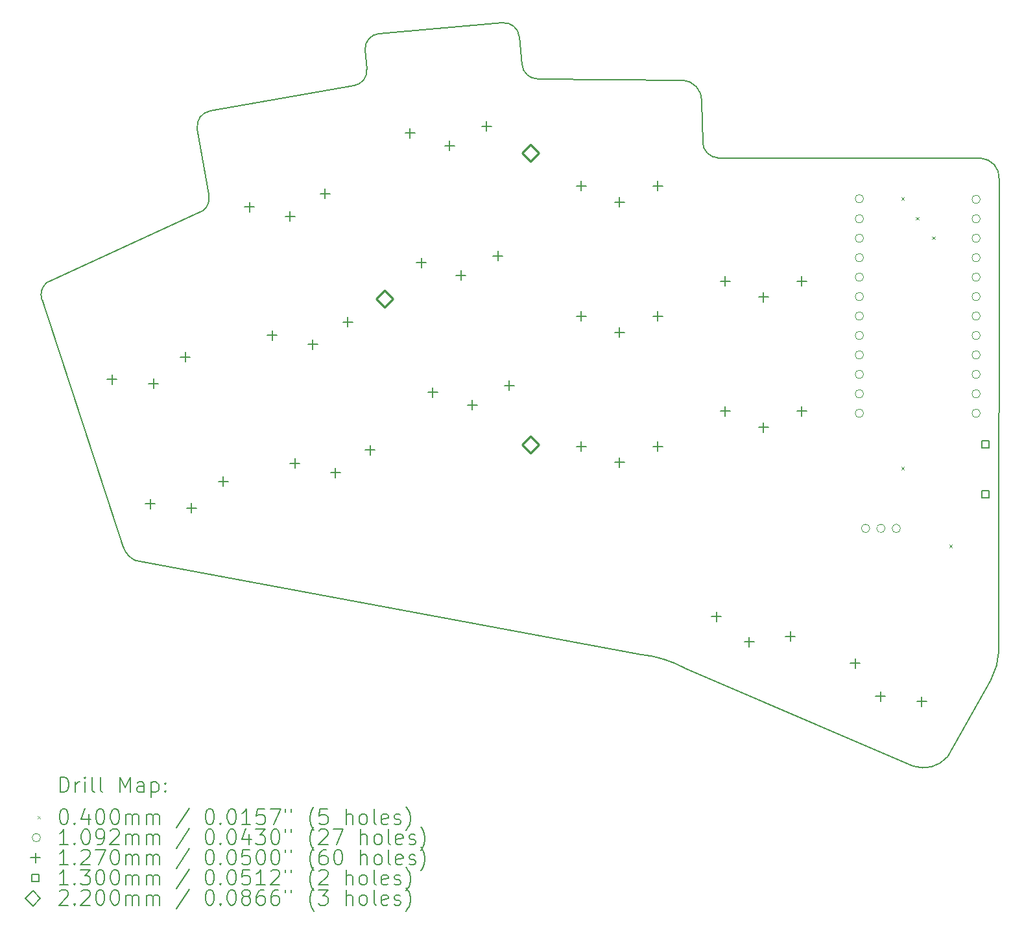
<source format=gbr>
%FSLAX45Y45*%
G04 Gerber Fmt 4.5, Leading zero omitted, Abs format (unit mm)*
G04 Created by KiCad (PCBNEW (6.0.4)) date 2022-05-15 06:42:23*
%MOMM*%
%LPD*%
G01*
G04 APERTURE LIST*
%TA.AperFunction,Profile*%
%ADD10C,0.150000*%
%TD*%
%ADD11C,0.200000*%
%ADD12C,0.040000*%
%ADD13C,0.109220*%
%ADD14C,0.127000*%
%ADD15C,0.130000*%
%ADD16C,0.220000*%
G04 APERTURE END LIST*
D10*
X6193308Y11268038D02*
X8077793Y11600323D01*
X12617390Y11393371D02*
G75*
G03*
X12363394Y11672771I-271530J8309D01*
G01*
X4064822Y9026729D02*
G75*
G03*
X4000538Y8804935I127368J-157129D01*
G01*
X4064821Y9026731D02*
X6108103Y9966950D01*
X10469953Y11689307D02*
X12363394Y11672771D01*
X12393664Y3992231D02*
G75*
G03*
X11825773Y4169035I-740934J-1379441D01*
G01*
X10270710Y11871876D02*
G75*
G03*
X10469953Y11689307I199250J17444D01*
G01*
X16260102Y10651714D02*
X12830714Y10656418D01*
X12627823Y10859110D02*
G75*
G03*
X12830714Y10656418I208327J5640D01*
G01*
X8402406Y12279469D02*
X10016242Y12420661D01*
X15374783Y2711632D02*
G75*
G03*
X15823066Y2832239I135507J389748D01*
G01*
X11825773Y4169035D02*
X5232567Y5391664D01*
X4000538Y8804935D02*
X5064080Y5574684D01*
X5064080Y5574684D02*
G75*
G03*
X5232567Y5391664I284371J92726D01*
G01*
X15374783Y2711631D02*
X12393663Y3992230D01*
X16390883Y3838022D02*
G75*
G03*
X16494826Y4216671I-780613J417878D01*
G01*
X8242303Y11814716D02*
X8220598Y12062799D01*
X6108103Y9966950D02*
G75*
G03*
X6182043Y10176232I-151733J171310D01*
G01*
X16494826Y4216671D02*
X16498230Y10381255D01*
X10232913Y12238854D02*
G75*
G03*
X10016242Y12420661I-199233J-17424D01*
G01*
X15823066Y2832239D02*
X16390883Y3838021D01*
X6031076Y11036347D02*
X6182043Y10176232D01*
X8077794Y11600323D02*
G75*
G03*
X8242303Y11814716I-34724J196957D01*
G01*
X12627819Y10859110D02*
X12617394Y11393371D01*
X16498224Y10381255D02*
G75*
G03*
X16260102Y10651714I-253545J16825D01*
G01*
X10232912Y12238854D02*
X10270714Y11871876D01*
X6193307Y11268044D02*
G75*
G03*
X6031076Y11036347I34733J-196964D01*
G01*
X8402407Y12279462D02*
G75*
G03*
X8220598Y12062799I17423J-199232D01*
G01*
D11*
D12*
X15220000Y10141314D02*
X15260000Y10101314D01*
X15260000Y10141314D02*
X15220000Y10101314D01*
X15220000Y6624000D02*
X15260000Y6584000D01*
X15260000Y6624000D02*
X15220000Y6584000D01*
X15410459Y9885043D02*
X15450459Y9845043D01*
X15450459Y9885043D02*
X15410459Y9845043D01*
X15618978Y9630635D02*
X15658978Y9590635D01*
X15658978Y9630635D02*
X15618978Y9590635D01*
X15846125Y5604462D02*
X15886125Y5564462D01*
X15886125Y5604462D02*
X15846125Y5564462D01*
D13*
X14728331Y10122629D02*
G75*
G03*
X14728331Y10122629I-54610J0D01*
G01*
X14728331Y9860254D02*
G75*
G03*
X14728331Y9860254I-54610J0D01*
G01*
X14728331Y9606254D02*
G75*
G03*
X14728331Y9606254I-54610J0D01*
G01*
X14728331Y9352254D02*
G75*
G03*
X14728331Y9352254I-54610J0D01*
G01*
X14728331Y9098254D02*
G75*
G03*
X14728331Y9098254I-54610J0D01*
G01*
X14728331Y8844254D02*
G75*
G03*
X14728331Y8844254I-54610J0D01*
G01*
X14728331Y8590254D02*
G75*
G03*
X14728331Y8590254I-54610J0D01*
G01*
X14728331Y8336254D02*
G75*
G03*
X14728331Y8336254I-54610J0D01*
G01*
X14728331Y8082254D02*
G75*
G03*
X14728331Y8082254I-54610J0D01*
G01*
X14728331Y7828254D02*
G75*
G03*
X14728331Y7828254I-54610J0D01*
G01*
X14728331Y7574254D02*
G75*
G03*
X14728331Y7574254I-54610J0D01*
G01*
X14728331Y7320254D02*
G75*
G03*
X14728331Y7320254I-54610J0D01*
G01*
X14809150Y5816368D02*
G75*
G03*
X14809150Y5816368I-54610J0D01*
G01*
X15009150Y5816368D02*
G75*
G03*
X15009150Y5816368I-54610J0D01*
G01*
X15209150Y5816368D02*
G75*
G03*
X15209150Y5816368I-54610J0D01*
G01*
X16252331Y10114254D02*
G75*
G03*
X16252331Y10114254I-54610J0D01*
G01*
X16252331Y9860254D02*
G75*
G03*
X16252331Y9860254I-54610J0D01*
G01*
X16252331Y9606254D02*
G75*
G03*
X16252331Y9606254I-54610J0D01*
G01*
X16252331Y9352254D02*
G75*
G03*
X16252331Y9352254I-54610J0D01*
G01*
X16252331Y9098254D02*
G75*
G03*
X16252331Y9098254I-54610J0D01*
G01*
X16252331Y8844254D02*
G75*
G03*
X16252331Y8844254I-54610J0D01*
G01*
X16252331Y8590254D02*
G75*
G03*
X16252331Y8590254I-54610J0D01*
G01*
X16252331Y8336254D02*
G75*
G03*
X16252331Y8336254I-54610J0D01*
G01*
X16252331Y8082254D02*
G75*
G03*
X16252331Y8082254I-54610J0D01*
G01*
X16252331Y7828254D02*
G75*
G03*
X16252331Y7828254I-54610J0D01*
G01*
X16252331Y7574254D02*
G75*
G03*
X16252331Y7574254I-54610J0D01*
G01*
X16252331Y7320254D02*
G75*
G03*
X16252331Y7320254I-54610J0D01*
G01*
D14*
X4917175Y7826915D02*
X4917175Y7699915D01*
X4853675Y7763415D02*
X4980675Y7763415D01*
X5414207Y6201196D02*
X5414207Y6074196D01*
X5350707Y6137696D02*
X5477707Y6137696D01*
X5456725Y7772276D02*
X5456725Y7645276D01*
X5393225Y7708776D02*
X5520225Y7708776D01*
X5456725Y7772276D02*
X5456725Y7645276D01*
X5393225Y7708776D02*
X5520225Y7708776D01*
X5873479Y8119286D02*
X5873479Y7992286D01*
X5809979Y8055786D02*
X5936979Y8055786D01*
X5953757Y6146558D02*
X5953757Y6019558D01*
X5890257Y6083058D02*
X6017257Y6083058D01*
X5953757Y6146558D02*
X5953757Y6019558D01*
X5890257Y6083058D02*
X6017257Y6083058D01*
X6370511Y6493568D02*
X6370511Y6366568D01*
X6307011Y6430068D02*
X6434011Y6430068D01*
X6712293Y10076956D02*
X6712293Y9949956D01*
X6648793Y10013456D02*
X6775793Y10013456D01*
X7007495Y8402783D02*
X7007495Y8275782D01*
X6943995Y8339282D02*
X7070995Y8339282D01*
X7241163Y9956970D02*
X7241163Y9829970D01*
X7177663Y9893470D02*
X7304663Y9893470D01*
X7241163Y9956970D02*
X7241163Y9829970D01*
X7177663Y9893470D02*
X7304663Y9893470D01*
X7302697Y6728609D02*
X7302697Y6601609D01*
X7239197Y6665109D02*
X7366197Y6665109D01*
X7536365Y8282797D02*
X7536365Y8155797D01*
X7472865Y8219297D02*
X7599865Y8219297D01*
X7536365Y8282797D02*
X7536365Y8155797D01*
X7472865Y8219297D02*
X7599865Y8219297D01*
X7697101Y10250604D02*
X7697101Y10123604D01*
X7633601Y10187104D02*
X7760601Y10187104D01*
X7831567Y6608624D02*
X7831567Y6481624D01*
X7768067Y6545124D02*
X7895067Y6545124D01*
X7831567Y6608624D02*
X7831567Y6481624D01*
X7768067Y6545124D02*
X7895067Y6545124D01*
X7992303Y8576431D02*
X7992303Y8449431D01*
X7928803Y8512931D02*
X8055803Y8512931D01*
X8287505Y6902257D02*
X8287505Y6775257D01*
X8224005Y6838757D02*
X8351005Y6838757D01*
X8809021Y11046316D02*
X8809021Y10919316D01*
X8745521Y10982816D02*
X8872521Y10982816D01*
X8957186Y9352785D02*
X8957186Y9225785D01*
X8893686Y9289285D02*
X9020686Y9289285D01*
X9105351Y7659254D02*
X9105351Y7532254D01*
X9041851Y7595754D02*
X9168851Y7595754D01*
X9325422Y10880693D02*
X9325422Y10753693D01*
X9261922Y10817193D02*
X9388922Y10817193D01*
X9325422Y10880693D02*
X9325422Y10753693D01*
X9261922Y10817193D02*
X9388922Y10817193D01*
X9473586Y9187162D02*
X9473586Y9060162D01*
X9410086Y9123662D02*
X9537086Y9123662D01*
X9473586Y9187162D02*
X9473586Y9060162D01*
X9410086Y9123662D02*
X9537086Y9123662D01*
X9621751Y7493631D02*
X9621751Y7366631D01*
X9558251Y7430131D02*
X9685251Y7430131D01*
X9621751Y7493631D02*
X9621751Y7366631D01*
X9558251Y7430131D02*
X9685251Y7430131D01*
X9805216Y11133472D02*
X9805216Y11006472D01*
X9741716Y11069972D02*
X9868716Y11069972D01*
X9953381Y9439941D02*
X9953381Y9312941D01*
X9889881Y9376441D02*
X10016881Y9376441D01*
X10101546Y7746410D02*
X10101546Y7619410D01*
X10038046Y7682910D02*
X10165046Y7682910D01*
X11041109Y10352102D02*
X11041109Y10225102D01*
X10977609Y10288602D02*
X11104609Y10288602D01*
X11041109Y8652102D02*
X11041109Y8525102D01*
X10977609Y8588602D02*
X11104609Y8588602D01*
X11041109Y6952102D02*
X11041109Y6825102D01*
X10977609Y6888602D02*
X11104609Y6888602D01*
X11541109Y10142102D02*
X11541109Y10015102D01*
X11477609Y10078602D02*
X11604609Y10078602D01*
X11541109Y10142102D02*
X11541109Y10015102D01*
X11477609Y10078602D02*
X11604609Y10078602D01*
X11541109Y8442102D02*
X11541109Y8315102D01*
X11477609Y8378602D02*
X11604609Y8378602D01*
X11541109Y8442102D02*
X11541109Y8315102D01*
X11477609Y8378602D02*
X11604609Y8378602D01*
X11541109Y6742102D02*
X11541109Y6615102D01*
X11477609Y6678602D02*
X11604609Y6678602D01*
X11541109Y6742102D02*
X11541109Y6615102D01*
X11477609Y6678602D02*
X11604609Y6678602D01*
X12041109Y10352102D02*
X12041109Y10225102D01*
X11977609Y10288602D02*
X12104609Y10288602D01*
X12041109Y8652102D02*
X12041109Y8525102D01*
X11977609Y8588602D02*
X12104609Y8588602D01*
X12041109Y6952102D02*
X12041109Y6825102D01*
X11977609Y6888602D02*
X12104609Y6888602D01*
X12807790Y4729732D02*
X12807790Y4602732D01*
X12744290Y4666232D02*
X12871290Y4666232D01*
X12921828Y9111385D02*
X12921828Y8984385D01*
X12858328Y9047885D02*
X12985328Y9047885D01*
X12921828Y7411385D02*
X12921828Y7284385D01*
X12858328Y7347885D02*
X12985328Y7347885D01*
X13236401Y4397478D02*
X13236401Y4270478D01*
X13172901Y4333978D02*
X13299901Y4333978D01*
X13236401Y4397478D02*
X13236401Y4270478D01*
X13172901Y4333978D02*
X13299901Y4333978D01*
X13421828Y8901385D02*
X13421828Y8774385D01*
X13358328Y8837885D02*
X13485328Y8837885D01*
X13421828Y8901385D02*
X13421828Y8774385D01*
X13358328Y8837885D02*
X13485328Y8837885D01*
X13421828Y7201385D02*
X13421828Y7074385D01*
X13358328Y7137885D02*
X13485328Y7137885D01*
X13421828Y7201385D02*
X13421828Y7074385D01*
X13358328Y7137885D02*
X13485328Y7137885D01*
X13773716Y4470913D02*
X13773716Y4343913D01*
X13710216Y4407413D02*
X13837216Y4407413D01*
X13921828Y9111385D02*
X13921828Y8984385D01*
X13858328Y9047885D02*
X13985328Y9047885D01*
X13921828Y7411385D02*
X13921828Y7284385D01*
X13858328Y7347885D02*
X13985328Y7347885D01*
X14619852Y4120432D02*
X14619852Y3993432D01*
X14556352Y4056932D02*
X14683352Y4056932D01*
X14947864Y3688566D02*
X14947864Y3561566D01*
X14884364Y3625066D02*
X15011364Y3625066D01*
X14947864Y3688566D02*
X14947864Y3561566D01*
X14884364Y3625066D02*
X15011364Y3625066D01*
X15485877Y3620432D02*
X15485877Y3493432D01*
X15422377Y3556932D02*
X15549377Y3556932D01*
D15*
X16366281Y6869289D02*
X16366281Y6961214D01*
X16274357Y6961214D01*
X16274357Y6869289D01*
X16366281Y6869289D01*
X16366281Y6219289D02*
X16366281Y6311214D01*
X16274357Y6311214D01*
X16274357Y6219289D01*
X16366281Y6219289D01*
D16*
X8474722Y8704143D02*
X8584722Y8814143D01*
X8474722Y8924143D01*
X8364722Y8814143D01*
X8474722Y8704143D01*
X10379722Y10609143D02*
X10489722Y10719143D01*
X10379722Y10829143D01*
X10269722Y10719143D01*
X10379722Y10609143D01*
X10379722Y6799143D02*
X10489722Y6909143D01*
X10379722Y7019143D01*
X10269722Y6909143D01*
X10379722Y6799143D01*
D11*
X4240042Y2370771D02*
X4240042Y2570771D01*
X4287661Y2570771D01*
X4316233Y2561248D01*
X4335280Y2542200D01*
X4344804Y2523152D01*
X4354328Y2485057D01*
X4354328Y2456486D01*
X4344804Y2418390D01*
X4335280Y2399343D01*
X4316233Y2380295D01*
X4287661Y2370771D01*
X4240042Y2370771D01*
X4440042Y2370771D02*
X4440042Y2504105D01*
X4440042Y2466010D02*
X4449566Y2485057D01*
X4459090Y2494581D01*
X4478137Y2504105D01*
X4497185Y2504105D01*
X4563852Y2370771D02*
X4563852Y2504105D01*
X4563852Y2570771D02*
X4554328Y2561248D01*
X4563852Y2551724D01*
X4573375Y2561248D01*
X4563852Y2570771D01*
X4563852Y2551724D01*
X4687661Y2370771D02*
X4668614Y2380295D01*
X4659090Y2399343D01*
X4659090Y2570771D01*
X4792423Y2370771D02*
X4773375Y2380295D01*
X4763852Y2399343D01*
X4763852Y2570771D01*
X5020995Y2370771D02*
X5020995Y2570771D01*
X5087661Y2427914D01*
X5154328Y2570771D01*
X5154328Y2370771D01*
X5335280Y2370771D02*
X5335280Y2475533D01*
X5325756Y2494581D01*
X5306709Y2504105D01*
X5268614Y2504105D01*
X5249566Y2494581D01*
X5335280Y2380295D02*
X5316233Y2370771D01*
X5268614Y2370771D01*
X5249566Y2380295D01*
X5240042Y2399343D01*
X5240042Y2418390D01*
X5249566Y2437438D01*
X5268614Y2446962D01*
X5316233Y2446962D01*
X5335280Y2456486D01*
X5430518Y2504105D02*
X5430518Y2304105D01*
X5430518Y2494581D02*
X5449566Y2504105D01*
X5487661Y2504105D01*
X5506709Y2494581D01*
X5516233Y2485057D01*
X5525756Y2466010D01*
X5525756Y2408867D01*
X5516233Y2389819D01*
X5506709Y2380295D01*
X5487661Y2370771D01*
X5449566Y2370771D01*
X5430518Y2380295D01*
X5611471Y2389819D02*
X5620994Y2380295D01*
X5611471Y2370771D01*
X5601947Y2380295D01*
X5611471Y2389819D01*
X5611471Y2370771D01*
X5611471Y2494581D02*
X5620994Y2485057D01*
X5611471Y2475533D01*
X5601947Y2485057D01*
X5611471Y2494581D01*
X5611471Y2475533D01*
D12*
X3942423Y2061248D02*
X3982423Y2021248D01*
X3982423Y2061248D02*
X3942423Y2021248D01*
D11*
X4278137Y2150771D02*
X4297185Y2150771D01*
X4316233Y2141248D01*
X4325756Y2131724D01*
X4335280Y2112676D01*
X4344804Y2074581D01*
X4344804Y2026962D01*
X4335280Y1988867D01*
X4325756Y1969819D01*
X4316233Y1960295D01*
X4297185Y1950771D01*
X4278137Y1950771D01*
X4259090Y1960295D01*
X4249566Y1969819D01*
X4240042Y1988867D01*
X4230518Y2026962D01*
X4230518Y2074581D01*
X4240042Y2112676D01*
X4249566Y2131724D01*
X4259090Y2141248D01*
X4278137Y2150771D01*
X4430518Y1969819D02*
X4440042Y1960295D01*
X4430518Y1950771D01*
X4420995Y1960295D01*
X4430518Y1969819D01*
X4430518Y1950771D01*
X4611471Y2084105D02*
X4611471Y1950771D01*
X4563852Y2160295D02*
X4516233Y2017438D01*
X4640042Y2017438D01*
X4754328Y2150771D02*
X4773375Y2150771D01*
X4792423Y2141248D01*
X4801947Y2131724D01*
X4811471Y2112676D01*
X4820995Y2074581D01*
X4820995Y2026962D01*
X4811471Y1988867D01*
X4801947Y1969819D01*
X4792423Y1960295D01*
X4773375Y1950771D01*
X4754328Y1950771D01*
X4735280Y1960295D01*
X4725756Y1969819D01*
X4716233Y1988867D01*
X4706709Y2026962D01*
X4706709Y2074581D01*
X4716233Y2112676D01*
X4725756Y2131724D01*
X4735280Y2141248D01*
X4754328Y2150771D01*
X4944804Y2150771D02*
X4963852Y2150771D01*
X4982899Y2141248D01*
X4992423Y2131724D01*
X5001947Y2112676D01*
X5011471Y2074581D01*
X5011471Y2026962D01*
X5001947Y1988867D01*
X4992423Y1969819D01*
X4982899Y1960295D01*
X4963852Y1950771D01*
X4944804Y1950771D01*
X4925756Y1960295D01*
X4916233Y1969819D01*
X4906709Y1988867D01*
X4897185Y2026962D01*
X4897185Y2074581D01*
X4906709Y2112676D01*
X4916233Y2131724D01*
X4925756Y2141248D01*
X4944804Y2150771D01*
X5097185Y1950771D02*
X5097185Y2084105D01*
X5097185Y2065057D02*
X5106709Y2074581D01*
X5125756Y2084105D01*
X5154328Y2084105D01*
X5173375Y2074581D01*
X5182899Y2055533D01*
X5182899Y1950771D01*
X5182899Y2055533D02*
X5192423Y2074581D01*
X5211471Y2084105D01*
X5240042Y2084105D01*
X5259090Y2074581D01*
X5268614Y2055533D01*
X5268614Y1950771D01*
X5363852Y1950771D02*
X5363852Y2084105D01*
X5363852Y2065057D02*
X5373375Y2074581D01*
X5392423Y2084105D01*
X5420995Y2084105D01*
X5440042Y2074581D01*
X5449566Y2055533D01*
X5449566Y1950771D01*
X5449566Y2055533D02*
X5459090Y2074581D01*
X5478137Y2084105D01*
X5506709Y2084105D01*
X5525756Y2074581D01*
X5535280Y2055533D01*
X5535280Y1950771D01*
X5925756Y2160295D02*
X5754328Y1903152D01*
X6182899Y2150771D02*
X6201947Y2150771D01*
X6220994Y2141248D01*
X6230518Y2131724D01*
X6240042Y2112676D01*
X6249566Y2074581D01*
X6249566Y2026962D01*
X6240042Y1988867D01*
X6230518Y1969819D01*
X6220994Y1960295D01*
X6201947Y1950771D01*
X6182899Y1950771D01*
X6163852Y1960295D01*
X6154328Y1969819D01*
X6144804Y1988867D01*
X6135280Y2026962D01*
X6135280Y2074581D01*
X6144804Y2112676D01*
X6154328Y2131724D01*
X6163852Y2141248D01*
X6182899Y2150771D01*
X6335280Y1969819D02*
X6344804Y1960295D01*
X6335280Y1950771D01*
X6325756Y1960295D01*
X6335280Y1969819D01*
X6335280Y1950771D01*
X6468613Y2150771D02*
X6487661Y2150771D01*
X6506709Y2141248D01*
X6516233Y2131724D01*
X6525756Y2112676D01*
X6535280Y2074581D01*
X6535280Y2026962D01*
X6525756Y1988867D01*
X6516233Y1969819D01*
X6506709Y1960295D01*
X6487661Y1950771D01*
X6468613Y1950771D01*
X6449566Y1960295D01*
X6440042Y1969819D01*
X6430518Y1988867D01*
X6420994Y2026962D01*
X6420994Y2074581D01*
X6430518Y2112676D01*
X6440042Y2131724D01*
X6449566Y2141248D01*
X6468613Y2150771D01*
X6725756Y1950771D02*
X6611471Y1950771D01*
X6668613Y1950771D02*
X6668613Y2150771D01*
X6649566Y2122200D01*
X6630518Y2103152D01*
X6611471Y2093628D01*
X6906709Y2150771D02*
X6811471Y2150771D01*
X6801947Y2055533D01*
X6811471Y2065057D01*
X6830518Y2074581D01*
X6878137Y2074581D01*
X6897185Y2065057D01*
X6906709Y2055533D01*
X6916233Y2036486D01*
X6916233Y1988867D01*
X6906709Y1969819D01*
X6897185Y1960295D01*
X6878137Y1950771D01*
X6830518Y1950771D01*
X6811471Y1960295D01*
X6801947Y1969819D01*
X6982899Y2150771D02*
X7116233Y2150771D01*
X7030518Y1950771D01*
X7182899Y2150771D02*
X7182899Y2112676D01*
X7259090Y2150771D02*
X7259090Y2112676D01*
X7554328Y1874581D02*
X7544804Y1884105D01*
X7525756Y1912676D01*
X7516233Y1931724D01*
X7506709Y1960295D01*
X7497185Y2007914D01*
X7497185Y2046009D01*
X7506709Y2093628D01*
X7516233Y2122200D01*
X7525756Y2141248D01*
X7544804Y2169819D01*
X7554328Y2179343D01*
X7725756Y2150771D02*
X7630518Y2150771D01*
X7620994Y2055533D01*
X7630518Y2065057D01*
X7649566Y2074581D01*
X7697185Y2074581D01*
X7716233Y2065057D01*
X7725756Y2055533D01*
X7735280Y2036486D01*
X7735280Y1988867D01*
X7725756Y1969819D01*
X7716233Y1960295D01*
X7697185Y1950771D01*
X7649566Y1950771D01*
X7630518Y1960295D01*
X7620994Y1969819D01*
X7973375Y1950771D02*
X7973375Y2150771D01*
X8059090Y1950771D02*
X8059090Y2055533D01*
X8049566Y2074581D01*
X8030518Y2084105D01*
X8001947Y2084105D01*
X7982899Y2074581D01*
X7973375Y2065057D01*
X8182899Y1950771D02*
X8163852Y1960295D01*
X8154328Y1969819D01*
X8144804Y1988867D01*
X8144804Y2046009D01*
X8154328Y2065057D01*
X8163852Y2074581D01*
X8182899Y2084105D01*
X8211471Y2084105D01*
X8230518Y2074581D01*
X8240042Y2065057D01*
X8249566Y2046009D01*
X8249566Y1988867D01*
X8240042Y1969819D01*
X8230518Y1960295D01*
X8211471Y1950771D01*
X8182899Y1950771D01*
X8363852Y1950771D02*
X8344804Y1960295D01*
X8335280Y1979343D01*
X8335280Y2150771D01*
X8516233Y1960295D02*
X8497185Y1950771D01*
X8459090Y1950771D01*
X8440042Y1960295D01*
X8430518Y1979343D01*
X8430518Y2055533D01*
X8440042Y2074581D01*
X8459090Y2084105D01*
X8497185Y2084105D01*
X8516233Y2074581D01*
X8525756Y2055533D01*
X8525756Y2036486D01*
X8430518Y2017438D01*
X8601947Y1960295D02*
X8620995Y1950771D01*
X8659090Y1950771D01*
X8678137Y1960295D01*
X8687661Y1979343D01*
X8687661Y1988867D01*
X8678137Y2007914D01*
X8659090Y2017438D01*
X8630518Y2017438D01*
X8611471Y2026962D01*
X8601947Y2046009D01*
X8601947Y2055533D01*
X8611471Y2074581D01*
X8630518Y2084105D01*
X8659090Y2084105D01*
X8678137Y2074581D01*
X8754328Y1874581D02*
X8763852Y1884105D01*
X8782899Y1912676D01*
X8792423Y1931724D01*
X8801947Y1960295D01*
X8811471Y2007914D01*
X8811471Y2046009D01*
X8801947Y2093628D01*
X8792423Y2122200D01*
X8782899Y2141248D01*
X8763852Y2169819D01*
X8754328Y2179343D01*
D13*
X3982423Y1777248D02*
G75*
G03*
X3982423Y1777248I-54610J0D01*
G01*
D11*
X4344804Y1686771D02*
X4230518Y1686771D01*
X4287661Y1686771D02*
X4287661Y1886771D01*
X4268614Y1858200D01*
X4249566Y1839152D01*
X4230518Y1829628D01*
X4430518Y1705819D02*
X4440042Y1696295D01*
X4430518Y1686771D01*
X4420995Y1696295D01*
X4430518Y1705819D01*
X4430518Y1686771D01*
X4563852Y1886771D02*
X4582899Y1886771D01*
X4601947Y1877248D01*
X4611471Y1867724D01*
X4620995Y1848676D01*
X4630518Y1810581D01*
X4630518Y1762962D01*
X4620995Y1724867D01*
X4611471Y1705819D01*
X4601947Y1696295D01*
X4582899Y1686771D01*
X4563852Y1686771D01*
X4544804Y1696295D01*
X4535280Y1705819D01*
X4525756Y1724867D01*
X4516233Y1762962D01*
X4516233Y1810581D01*
X4525756Y1848676D01*
X4535280Y1867724D01*
X4544804Y1877248D01*
X4563852Y1886771D01*
X4725756Y1686771D02*
X4763852Y1686771D01*
X4782899Y1696295D01*
X4792423Y1705819D01*
X4811471Y1734390D01*
X4820995Y1772486D01*
X4820995Y1848676D01*
X4811471Y1867724D01*
X4801947Y1877248D01*
X4782899Y1886771D01*
X4744804Y1886771D01*
X4725756Y1877248D01*
X4716233Y1867724D01*
X4706709Y1848676D01*
X4706709Y1801057D01*
X4716233Y1782009D01*
X4725756Y1772486D01*
X4744804Y1762962D01*
X4782899Y1762962D01*
X4801947Y1772486D01*
X4811471Y1782009D01*
X4820995Y1801057D01*
X4897185Y1867724D02*
X4906709Y1877248D01*
X4925756Y1886771D01*
X4973375Y1886771D01*
X4992423Y1877248D01*
X5001947Y1867724D01*
X5011471Y1848676D01*
X5011471Y1829628D01*
X5001947Y1801057D01*
X4887661Y1686771D01*
X5011471Y1686771D01*
X5097185Y1686771D02*
X5097185Y1820105D01*
X5097185Y1801057D02*
X5106709Y1810581D01*
X5125756Y1820105D01*
X5154328Y1820105D01*
X5173375Y1810581D01*
X5182899Y1791533D01*
X5182899Y1686771D01*
X5182899Y1791533D02*
X5192423Y1810581D01*
X5211471Y1820105D01*
X5240042Y1820105D01*
X5259090Y1810581D01*
X5268614Y1791533D01*
X5268614Y1686771D01*
X5363852Y1686771D02*
X5363852Y1820105D01*
X5363852Y1801057D02*
X5373375Y1810581D01*
X5392423Y1820105D01*
X5420995Y1820105D01*
X5440042Y1810581D01*
X5449566Y1791533D01*
X5449566Y1686771D01*
X5449566Y1791533D02*
X5459090Y1810581D01*
X5478137Y1820105D01*
X5506709Y1820105D01*
X5525756Y1810581D01*
X5535280Y1791533D01*
X5535280Y1686771D01*
X5925756Y1896295D02*
X5754328Y1639152D01*
X6182899Y1886771D02*
X6201947Y1886771D01*
X6220994Y1877248D01*
X6230518Y1867724D01*
X6240042Y1848676D01*
X6249566Y1810581D01*
X6249566Y1762962D01*
X6240042Y1724867D01*
X6230518Y1705819D01*
X6220994Y1696295D01*
X6201947Y1686771D01*
X6182899Y1686771D01*
X6163852Y1696295D01*
X6154328Y1705819D01*
X6144804Y1724867D01*
X6135280Y1762962D01*
X6135280Y1810581D01*
X6144804Y1848676D01*
X6154328Y1867724D01*
X6163852Y1877248D01*
X6182899Y1886771D01*
X6335280Y1705819D02*
X6344804Y1696295D01*
X6335280Y1686771D01*
X6325756Y1696295D01*
X6335280Y1705819D01*
X6335280Y1686771D01*
X6468613Y1886771D02*
X6487661Y1886771D01*
X6506709Y1877248D01*
X6516233Y1867724D01*
X6525756Y1848676D01*
X6535280Y1810581D01*
X6535280Y1762962D01*
X6525756Y1724867D01*
X6516233Y1705819D01*
X6506709Y1696295D01*
X6487661Y1686771D01*
X6468613Y1686771D01*
X6449566Y1696295D01*
X6440042Y1705819D01*
X6430518Y1724867D01*
X6420994Y1762962D01*
X6420994Y1810581D01*
X6430518Y1848676D01*
X6440042Y1867724D01*
X6449566Y1877248D01*
X6468613Y1886771D01*
X6706709Y1820105D02*
X6706709Y1686771D01*
X6659090Y1896295D02*
X6611471Y1753438D01*
X6735280Y1753438D01*
X6792423Y1886771D02*
X6916233Y1886771D01*
X6849566Y1810581D01*
X6878137Y1810581D01*
X6897185Y1801057D01*
X6906709Y1791533D01*
X6916233Y1772486D01*
X6916233Y1724867D01*
X6906709Y1705819D01*
X6897185Y1696295D01*
X6878137Y1686771D01*
X6820994Y1686771D01*
X6801947Y1696295D01*
X6792423Y1705819D01*
X7040042Y1886771D02*
X7059090Y1886771D01*
X7078137Y1877248D01*
X7087661Y1867724D01*
X7097185Y1848676D01*
X7106709Y1810581D01*
X7106709Y1762962D01*
X7097185Y1724867D01*
X7087661Y1705819D01*
X7078137Y1696295D01*
X7059090Y1686771D01*
X7040042Y1686771D01*
X7020994Y1696295D01*
X7011471Y1705819D01*
X7001947Y1724867D01*
X6992423Y1762962D01*
X6992423Y1810581D01*
X7001947Y1848676D01*
X7011471Y1867724D01*
X7020994Y1877248D01*
X7040042Y1886771D01*
X7182899Y1886771D02*
X7182899Y1848676D01*
X7259090Y1886771D02*
X7259090Y1848676D01*
X7554328Y1610581D02*
X7544804Y1620105D01*
X7525756Y1648676D01*
X7516233Y1667724D01*
X7506709Y1696295D01*
X7497185Y1743914D01*
X7497185Y1782009D01*
X7506709Y1829628D01*
X7516233Y1858200D01*
X7525756Y1877248D01*
X7544804Y1905819D01*
X7554328Y1915343D01*
X7620994Y1867724D02*
X7630518Y1877248D01*
X7649566Y1886771D01*
X7697185Y1886771D01*
X7716233Y1877248D01*
X7725756Y1867724D01*
X7735280Y1848676D01*
X7735280Y1829628D01*
X7725756Y1801057D01*
X7611471Y1686771D01*
X7735280Y1686771D01*
X7801947Y1886771D02*
X7935280Y1886771D01*
X7849566Y1686771D01*
X8163852Y1686771D02*
X8163852Y1886771D01*
X8249566Y1686771D02*
X8249566Y1791533D01*
X8240042Y1810581D01*
X8220994Y1820105D01*
X8192423Y1820105D01*
X8173375Y1810581D01*
X8163852Y1801057D01*
X8373375Y1686771D02*
X8354328Y1696295D01*
X8344804Y1705819D01*
X8335280Y1724867D01*
X8335280Y1782009D01*
X8344804Y1801057D01*
X8354328Y1810581D01*
X8373375Y1820105D01*
X8401947Y1820105D01*
X8420995Y1810581D01*
X8430518Y1801057D01*
X8440042Y1782009D01*
X8440042Y1724867D01*
X8430518Y1705819D01*
X8420995Y1696295D01*
X8401947Y1686771D01*
X8373375Y1686771D01*
X8554328Y1686771D02*
X8535280Y1696295D01*
X8525756Y1715343D01*
X8525756Y1886771D01*
X8706709Y1696295D02*
X8687661Y1686771D01*
X8649566Y1686771D01*
X8630518Y1696295D01*
X8620995Y1715343D01*
X8620995Y1791533D01*
X8630518Y1810581D01*
X8649566Y1820105D01*
X8687661Y1820105D01*
X8706709Y1810581D01*
X8716233Y1791533D01*
X8716233Y1772486D01*
X8620995Y1753438D01*
X8792423Y1696295D02*
X8811471Y1686771D01*
X8849566Y1686771D01*
X8868614Y1696295D01*
X8878137Y1715343D01*
X8878137Y1724867D01*
X8868614Y1743914D01*
X8849566Y1753438D01*
X8820995Y1753438D01*
X8801947Y1762962D01*
X8792423Y1782009D01*
X8792423Y1791533D01*
X8801947Y1810581D01*
X8820995Y1820105D01*
X8849566Y1820105D01*
X8868614Y1810581D01*
X8944804Y1610581D02*
X8954328Y1620105D01*
X8973375Y1648676D01*
X8982899Y1667724D01*
X8992423Y1696295D01*
X9001947Y1743914D01*
X9001947Y1782009D01*
X8992423Y1829628D01*
X8982899Y1858200D01*
X8973375Y1877248D01*
X8954328Y1905819D01*
X8944804Y1915343D01*
D14*
X3918923Y1576748D02*
X3918923Y1449748D01*
X3855423Y1513248D02*
X3982423Y1513248D01*
D11*
X4344804Y1422771D02*
X4230518Y1422771D01*
X4287661Y1422771D02*
X4287661Y1622771D01*
X4268614Y1594200D01*
X4249566Y1575152D01*
X4230518Y1565628D01*
X4430518Y1441819D02*
X4440042Y1432295D01*
X4430518Y1422771D01*
X4420995Y1432295D01*
X4430518Y1441819D01*
X4430518Y1422771D01*
X4516233Y1603724D02*
X4525756Y1613248D01*
X4544804Y1622771D01*
X4592423Y1622771D01*
X4611471Y1613248D01*
X4620995Y1603724D01*
X4630518Y1584676D01*
X4630518Y1565628D01*
X4620995Y1537057D01*
X4506709Y1422771D01*
X4630518Y1422771D01*
X4697185Y1622771D02*
X4830518Y1622771D01*
X4744804Y1422771D01*
X4944804Y1622771D02*
X4963852Y1622771D01*
X4982899Y1613248D01*
X4992423Y1603724D01*
X5001947Y1584676D01*
X5011471Y1546581D01*
X5011471Y1498962D01*
X5001947Y1460867D01*
X4992423Y1441819D01*
X4982899Y1432295D01*
X4963852Y1422771D01*
X4944804Y1422771D01*
X4925756Y1432295D01*
X4916233Y1441819D01*
X4906709Y1460867D01*
X4897185Y1498962D01*
X4897185Y1546581D01*
X4906709Y1584676D01*
X4916233Y1603724D01*
X4925756Y1613248D01*
X4944804Y1622771D01*
X5097185Y1422771D02*
X5097185Y1556105D01*
X5097185Y1537057D02*
X5106709Y1546581D01*
X5125756Y1556105D01*
X5154328Y1556105D01*
X5173375Y1546581D01*
X5182899Y1527533D01*
X5182899Y1422771D01*
X5182899Y1527533D02*
X5192423Y1546581D01*
X5211471Y1556105D01*
X5240042Y1556105D01*
X5259090Y1546581D01*
X5268614Y1527533D01*
X5268614Y1422771D01*
X5363852Y1422771D02*
X5363852Y1556105D01*
X5363852Y1537057D02*
X5373375Y1546581D01*
X5392423Y1556105D01*
X5420995Y1556105D01*
X5440042Y1546581D01*
X5449566Y1527533D01*
X5449566Y1422771D01*
X5449566Y1527533D02*
X5459090Y1546581D01*
X5478137Y1556105D01*
X5506709Y1556105D01*
X5525756Y1546581D01*
X5535280Y1527533D01*
X5535280Y1422771D01*
X5925756Y1632295D02*
X5754328Y1375152D01*
X6182899Y1622771D02*
X6201947Y1622771D01*
X6220994Y1613248D01*
X6230518Y1603724D01*
X6240042Y1584676D01*
X6249566Y1546581D01*
X6249566Y1498962D01*
X6240042Y1460867D01*
X6230518Y1441819D01*
X6220994Y1432295D01*
X6201947Y1422771D01*
X6182899Y1422771D01*
X6163852Y1432295D01*
X6154328Y1441819D01*
X6144804Y1460867D01*
X6135280Y1498962D01*
X6135280Y1546581D01*
X6144804Y1584676D01*
X6154328Y1603724D01*
X6163852Y1613248D01*
X6182899Y1622771D01*
X6335280Y1441819D02*
X6344804Y1432295D01*
X6335280Y1422771D01*
X6325756Y1432295D01*
X6335280Y1441819D01*
X6335280Y1422771D01*
X6468613Y1622771D02*
X6487661Y1622771D01*
X6506709Y1613248D01*
X6516233Y1603724D01*
X6525756Y1584676D01*
X6535280Y1546581D01*
X6535280Y1498962D01*
X6525756Y1460867D01*
X6516233Y1441819D01*
X6506709Y1432295D01*
X6487661Y1422771D01*
X6468613Y1422771D01*
X6449566Y1432295D01*
X6440042Y1441819D01*
X6430518Y1460867D01*
X6420994Y1498962D01*
X6420994Y1546581D01*
X6430518Y1584676D01*
X6440042Y1603724D01*
X6449566Y1613248D01*
X6468613Y1622771D01*
X6716233Y1622771D02*
X6620994Y1622771D01*
X6611471Y1527533D01*
X6620994Y1537057D01*
X6640042Y1546581D01*
X6687661Y1546581D01*
X6706709Y1537057D01*
X6716233Y1527533D01*
X6725756Y1508486D01*
X6725756Y1460867D01*
X6716233Y1441819D01*
X6706709Y1432295D01*
X6687661Y1422771D01*
X6640042Y1422771D01*
X6620994Y1432295D01*
X6611471Y1441819D01*
X6849566Y1622771D02*
X6868613Y1622771D01*
X6887661Y1613248D01*
X6897185Y1603724D01*
X6906709Y1584676D01*
X6916233Y1546581D01*
X6916233Y1498962D01*
X6906709Y1460867D01*
X6897185Y1441819D01*
X6887661Y1432295D01*
X6868613Y1422771D01*
X6849566Y1422771D01*
X6830518Y1432295D01*
X6820994Y1441819D01*
X6811471Y1460867D01*
X6801947Y1498962D01*
X6801947Y1546581D01*
X6811471Y1584676D01*
X6820994Y1603724D01*
X6830518Y1613248D01*
X6849566Y1622771D01*
X7040042Y1622771D02*
X7059090Y1622771D01*
X7078137Y1613248D01*
X7087661Y1603724D01*
X7097185Y1584676D01*
X7106709Y1546581D01*
X7106709Y1498962D01*
X7097185Y1460867D01*
X7087661Y1441819D01*
X7078137Y1432295D01*
X7059090Y1422771D01*
X7040042Y1422771D01*
X7020994Y1432295D01*
X7011471Y1441819D01*
X7001947Y1460867D01*
X6992423Y1498962D01*
X6992423Y1546581D01*
X7001947Y1584676D01*
X7011471Y1603724D01*
X7020994Y1613248D01*
X7040042Y1622771D01*
X7182899Y1622771D02*
X7182899Y1584676D01*
X7259090Y1622771D02*
X7259090Y1584676D01*
X7554328Y1346581D02*
X7544804Y1356105D01*
X7525756Y1384676D01*
X7516233Y1403724D01*
X7506709Y1432295D01*
X7497185Y1479914D01*
X7497185Y1518009D01*
X7506709Y1565628D01*
X7516233Y1594200D01*
X7525756Y1613248D01*
X7544804Y1641819D01*
X7554328Y1651343D01*
X7716233Y1622771D02*
X7678137Y1622771D01*
X7659090Y1613248D01*
X7649566Y1603724D01*
X7630518Y1575152D01*
X7620994Y1537057D01*
X7620994Y1460867D01*
X7630518Y1441819D01*
X7640042Y1432295D01*
X7659090Y1422771D01*
X7697185Y1422771D01*
X7716233Y1432295D01*
X7725756Y1441819D01*
X7735280Y1460867D01*
X7735280Y1508486D01*
X7725756Y1527533D01*
X7716233Y1537057D01*
X7697185Y1546581D01*
X7659090Y1546581D01*
X7640042Y1537057D01*
X7630518Y1527533D01*
X7620994Y1508486D01*
X7859090Y1622771D02*
X7878137Y1622771D01*
X7897185Y1613248D01*
X7906709Y1603724D01*
X7916233Y1584676D01*
X7925756Y1546581D01*
X7925756Y1498962D01*
X7916233Y1460867D01*
X7906709Y1441819D01*
X7897185Y1432295D01*
X7878137Y1422771D01*
X7859090Y1422771D01*
X7840042Y1432295D01*
X7830518Y1441819D01*
X7820994Y1460867D01*
X7811471Y1498962D01*
X7811471Y1546581D01*
X7820994Y1584676D01*
X7830518Y1603724D01*
X7840042Y1613248D01*
X7859090Y1622771D01*
X8163852Y1422771D02*
X8163852Y1622771D01*
X8249566Y1422771D02*
X8249566Y1527533D01*
X8240042Y1546581D01*
X8220994Y1556105D01*
X8192423Y1556105D01*
X8173375Y1546581D01*
X8163852Y1537057D01*
X8373375Y1422771D02*
X8354328Y1432295D01*
X8344804Y1441819D01*
X8335280Y1460867D01*
X8335280Y1518009D01*
X8344804Y1537057D01*
X8354328Y1546581D01*
X8373375Y1556105D01*
X8401947Y1556105D01*
X8420995Y1546581D01*
X8430518Y1537057D01*
X8440042Y1518009D01*
X8440042Y1460867D01*
X8430518Y1441819D01*
X8420995Y1432295D01*
X8401947Y1422771D01*
X8373375Y1422771D01*
X8554328Y1422771D02*
X8535280Y1432295D01*
X8525756Y1451343D01*
X8525756Y1622771D01*
X8706709Y1432295D02*
X8687661Y1422771D01*
X8649566Y1422771D01*
X8630518Y1432295D01*
X8620995Y1451343D01*
X8620995Y1527533D01*
X8630518Y1546581D01*
X8649566Y1556105D01*
X8687661Y1556105D01*
X8706709Y1546581D01*
X8716233Y1527533D01*
X8716233Y1508486D01*
X8620995Y1489438D01*
X8792423Y1432295D02*
X8811471Y1422771D01*
X8849566Y1422771D01*
X8868614Y1432295D01*
X8878137Y1451343D01*
X8878137Y1460867D01*
X8868614Y1479914D01*
X8849566Y1489438D01*
X8820995Y1489438D01*
X8801947Y1498962D01*
X8792423Y1518009D01*
X8792423Y1527533D01*
X8801947Y1546581D01*
X8820995Y1556105D01*
X8849566Y1556105D01*
X8868614Y1546581D01*
X8944804Y1346581D02*
X8954328Y1356105D01*
X8973375Y1384676D01*
X8982899Y1403724D01*
X8992423Y1432295D01*
X9001947Y1479914D01*
X9001947Y1518009D01*
X8992423Y1565628D01*
X8982899Y1594200D01*
X8973375Y1613248D01*
X8954328Y1641819D01*
X8944804Y1651343D01*
D15*
X3963385Y1203285D02*
X3963385Y1295210D01*
X3871461Y1295210D01*
X3871461Y1203285D01*
X3963385Y1203285D01*
D11*
X4344804Y1158771D02*
X4230518Y1158771D01*
X4287661Y1158771D02*
X4287661Y1358771D01*
X4268614Y1330200D01*
X4249566Y1311152D01*
X4230518Y1301629D01*
X4430518Y1177819D02*
X4440042Y1168295D01*
X4430518Y1158771D01*
X4420995Y1168295D01*
X4430518Y1177819D01*
X4430518Y1158771D01*
X4506709Y1358771D02*
X4630518Y1358771D01*
X4563852Y1282581D01*
X4592423Y1282581D01*
X4611471Y1273057D01*
X4620995Y1263533D01*
X4630518Y1244486D01*
X4630518Y1196867D01*
X4620995Y1177819D01*
X4611471Y1168295D01*
X4592423Y1158771D01*
X4535280Y1158771D01*
X4516233Y1168295D01*
X4506709Y1177819D01*
X4754328Y1358771D02*
X4773375Y1358771D01*
X4792423Y1349248D01*
X4801947Y1339724D01*
X4811471Y1320676D01*
X4820995Y1282581D01*
X4820995Y1234962D01*
X4811471Y1196867D01*
X4801947Y1177819D01*
X4792423Y1168295D01*
X4773375Y1158771D01*
X4754328Y1158771D01*
X4735280Y1168295D01*
X4725756Y1177819D01*
X4716233Y1196867D01*
X4706709Y1234962D01*
X4706709Y1282581D01*
X4716233Y1320676D01*
X4725756Y1339724D01*
X4735280Y1349248D01*
X4754328Y1358771D01*
X4944804Y1358771D02*
X4963852Y1358771D01*
X4982899Y1349248D01*
X4992423Y1339724D01*
X5001947Y1320676D01*
X5011471Y1282581D01*
X5011471Y1234962D01*
X5001947Y1196867D01*
X4992423Y1177819D01*
X4982899Y1168295D01*
X4963852Y1158771D01*
X4944804Y1158771D01*
X4925756Y1168295D01*
X4916233Y1177819D01*
X4906709Y1196867D01*
X4897185Y1234962D01*
X4897185Y1282581D01*
X4906709Y1320676D01*
X4916233Y1339724D01*
X4925756Y1349248D01*
X4944804Y1358771D01*
X5097185Y1158771D02*
X5097185Y1292105D01*
X5097185Y1273057D02*
X5106709Y1282581D01*
X5125756Y1292105D01*
X5154328Y1292105D01*
X5173375Y1282581D01*
X5182899Y1263533D01*
X5182899Y1158771D01*
X5182899Y1263533D02*
X5192423Y1282581D01*
X5211471Y1292105D01*
X5240042Y1292105D01*
X5259090Y1282581D01*
X5268614Y1263533D01*
X5268614Y1158771D01*
X5363852Y1158771D02*
X5363852Y1292105D01*
X5363852Y1273057D02*
X5373375Y1282581D01*
X5392423Y1292105D01*
X5420995Y1292105D01*
X5440042Y1282581D01*
X5449566Y1263533D01*
X5449566Y1158771D01*
X5449566Y1263533D02*
X5459090Y1282581D01*
X5478137Y1292105D01*
X5506709Y1292105D01*
X5525756Y1282581D01*
X5535280Y1263533D01*
X5535280Y1158771D01*
X5925756Y1368295D02*
X5754328Y1111152D01*
X6182899Y1358771D02*
X6201947Y1358771D01*
X6220994Y1349248D01*
X6230518Y1339724D01*
X6240042Y1320676D01*
X6249566Y1282581D01*
X6249566Y1234962D01*
X6240042Y1196867D01*
X6230518Y1177819D01*
X6220994Y1168295D01*
X6201947Y1158771D01*
X6182899Y1158771D01*
X6163852Y1168295D01*
X6154328Y1177819D01*
X6144804Y1196867D01*
X6135280Y1234962D01*
X6135280Y1282581D01*
X6144804Y1320676D01*
X6154328Y1339724D01*
X6163852Y1349248D01*
X6182899Y1358771D01*
X6335280Y1177819D02*
X6344804Y1168295D01*
X6335280Y1158771D01*
X6325756Y1168295D01*
X6335280Y1177819D01*
X6335280Y1158771D01*
X6468613Y1358771D02*
X6487661Y1358771D01*
X6506709Y1349248D01*
X6516233Y1339724D01*
X6525756Y1320676D01*
X6535280Y1282581D01*
X6535280Y1234962D01*
X6525756Y1196867D01*
X6516233Y1177819D01*
X6506709Y1168295D01*
X6487661Y1158771D01*
X6468613Y1158771D01*
X6449566Y1168295D01*
X6440042Y1177819D01*
X6430518Y1196867D01*
X6420994Y1234962D01*
X6420994Y1282581D01*
X6430518Y1320676D01*
X6440042Y1339724D01*
X6449566Y1349248D01*
X6468613Y1358771D01*
X6716233Y1358771D02*
X6620994Y1358771D01*
X6611471Y1263533D01*
X6620994Y1273057D01*
X6640042Y1282581D01*
X6687661Y1282581D01*
X6706709Y1273057D01*
X6716233Y1263533D01*
X6725756Y1244486D01*
X6725756Y1196867D01*
X6716233Y1177819D01*
X6706709Y1168295D01*
X6687661Y1158771D01*
X6640042Y1158771D01*
X6620994Y1168295D01*
X6611471Y1177819D01*
X6916233Y1158771D02*
X6801947Y1158771D01*
X6859090Y1158771D02*
X6859090Y1358771D01*
X6840042Y1330200D01*
X6820994Y1311152D01*
X6801947Y1301629D01*
X6992423Y1339724D02*
X7001947Y1349248D01*
X7020994Y1358771D01*
X7068613Y1358771D01*
X7087661Y1349248D01*
X7097185Y1339724D01*
X7106709Y1320676D01*
X7106709Y1301629D01*
X7097185Y1273057D01*
X6982899Y1158771D01*
X7106709Y1158771D01*
X7182899Y1358771D02*
X7182899Y1320676D01*
X7259090Y1358771D02*
X7259090Y1320676D01*
X7554328Y1082581D02*
X7544804Y1092105D01*
X7525756Y1120676D01*
X7516233Y1139724D01*
X7506709Y1168295D01*
X7497185Y1215914D01*
X7497185Y1254010D01*
X7506709Y1301629D01*
X7516233Y1330200D01*
X7525756Y1349248D01*
X7544804Y1377819D01*
X7554328Y1387343D01*
X7620994Y1339724D02*
X7630518Y1349248D01*
X7649566Y1358771D01*
X7697185Y1358771D01*
X7716233Y1349248D01*
X7725756Y1339724D01*
X7735280Y1320676D01*
X7735280Y1301629D01*
X7725756Y1273057D01*
X7611471Y1158771D01*
X7735280Y1158771D01*
X7973375Y1158771D02*
X7973375Y1358771D01*
X8059090Y1158771D02*
X8059090Y1263533D01*
X8049566Y1282581D01*
X8030518Y1292105D01*
X8001947Y1292105D01*
X7982899Y1282581D01*
X7973375Y1273057D01*
X8182899Y1158771D02*
X8163852Y1168295D01*
X8154328Y1177819D01*
X8144804Y1196867D01*
X8144804Y1254010D01*
X8154328Y1273057D01*
X8163852Y1282581D01*
X8182899Y1292105D01*
X8211471Y1292105D01*
X8230518Y1282581D01*
X8240042Y1273057D01*
X8249566Y1254010D01*
X8249566Y1196867D01*
X8240042Y1177819D01*
X8230518Y1168295D01*
X8211471Y1158771D01*
X8182899Y1158771D01*
X8363852Y1158771D02*
X8344804Y1168295D01*
X8335280Y1187343D01*
X8335280Y1358771D01*
X8516233Y1168295D02*
X8497185Y1158771D01*
X8459090Y1158771D01*
X8440042Y1168295D01*
X8430518Y1187343D01*
X8430518Y1263533D01*
X8440042Y1282581D01*
X8459090Y1292105D01*
X8497185Y1292105D01*
X8516233Y1282581D01*
X8525756Y1263533D01*
X8525756Y1244486D01*
X8430518Y1225438D01*
X8601947Y1168295D02*
X8620995Y1158771D01*
X8659090Y1158771D01*
X8678137Y1168295D01*
X8687661Y1187343D01*
X8687661Y1196867D01*
X8678137Y1215914D01*
X8659090Y1225438D01*
X8630518Y1225438D01*
X8611471Y1234962D01*
X8601947Y1254010D01*
X8601947Y1263533D01*
X8611471Y1282581D01*
X8630518Y1292105D01*
X8659090Y1292105D01*
X8678137Y1282581D01*
X8754328Y1082581D02*
X8763852Y1092105D01*
X8782899Y1120676D01*
X8792423Y1139724D01*
X8801947Y1168295D01*
X8811471Y1215914D01*
X8811471Y1254010D01*
X8801947Y1301629D01*
X8792423Y1330200D01*
X8782899Y1349248D01*
X8763852Y1377819D01*
X8754328Y1387343D01*
X3882423Y885248D02*
X3982423Y985248D01*
X3882423Y1085248D01*
X3782423Y985248D01*
X3882423Y885248D01*
X4230518Y1075724D02*
X4240042Y1085248D01*
X4259090Y1094771D01*
X4306709Y1094771D01*
X4325756Y1085248D01*
X4335280Y1075724D01*
X4344804Y1056676D01*
X4344804Y1037628D01*
X4335280Y1009057D01*
X4220995Y894771D01*
X4344804Y894771D01*
X4430518Y913819D02*
X4440042Y904295D01*
X4430518Y894771D01*
X4420995Y904295D01*
X4430518Y913819D01*
X4430518Y894771D01*
X4516233Y1075724D02*
X4525756Y1085248D01*
X4544804Y1094771D01*
X4592423Y1094771D01*
X4611471Y1085248D01*
X4620995Y1075724D01*
X4630518Y1056676D01*
X4630518Y1037628D01*
X4620995Y1009057D01*
X4506709Y894771D01*
X4630518Y894771D01*
X4754328Y1094771D02*
X4773375Y1094771D01*
X4792423Y1085248D01*
X4801947Y1075724D01*
X4811471Y1056676D01*
X4820995Y1018581D01*
X4820995Y970962D01*
X4811471Y932867D01*
X4801947Y913819D01*
X4792423Y904295D01*
X4773375Y894771D01*
X4754328Y894771D01*
X4735280Y904295D01*
X4725756Y913819D01*
X4716233Y932867D01*
X4706709Y970962D01*
X4706709Y1018581D01*
X4716233Y1056676D01*
X4725756Y1075724D01*
X4735280Y1085248D01*
X4754328Y1094771D01*
X4944804Y1094771D02*
X4963852Y1094771D01*
X4982899Y1085248D01*
X4992423Y1075724D01*
X5001947Y1056676D01*
X5011471Y1018581D01*
X5011471Y970962D01*
X5001947Y932867D01*
X4992423Y913819D01*
X4982899Y904295D01*
X4963852Y894771D01*
X4944804Y894771D01*
X4925756Y904295D01*
X4916233Y913819D01*
X4906709Y932867D01*
X4897185Y970962D01*
X4897185Y1018581D01*
X4906709Y1056676D01*
X4916233Y1075724D01*
X4925756Y1085248D01*
X4944804Y1094771D01*
X5097185Y894771D02*
X5097185Y1028105D01*
X5097185Y1009057D02*
X5106709Y1018581D01*
X5125756Y1028105D01*
X5154328Y1028105D01*
X5173375Y1018581D01*
X5182899Y999533D01*
X5182899Y894771D01*
X5182899Y999533D02*
X5192423Y1018581D01*
X5211471Y1028105D01*
X5240042Y1028105D01*
X5259090Y1018581D01*
X5268614Y999533D01*
X5268614Y894771D01*
X5363852Y894771D02*
X5363852Y1028105D01*
X5363852Y1009057D02*
X5373375Y1018581D01*
X5392423Y1028105D01*
X5420995Y1028105D01*
X5440042Y1018581D01*
X5449566Y999533D01*
X5449566Y894771D01*
X5449566Y999533D02*
X5459090Y1018581D01*
X5478137Y1028105D01*
X5506709Y1028105D01*
X5525756Y1018581D01*
X5535280Y999533D01*
X5535280Y894771D01*
X5925756Y1104295D02*
X5754328Y847152D01*
X6182899Y1094771D02*
X6201947Y1094771D01*
X6220994Y1085248D01*
X6230518Y1075724D01*
X6240042Y1056676D01*
X6249566Y1018581D01*
X6249566Y970962D01*
X6240042Y932867D01*
X6230518Y913819D01*
X6220994Y904295D01*
X6201947Y894771D01*
X6182899Y894771D01*
X6163852Y904295D01*
X6154328Y913819D01*
X6144804Y932867D01*
X6135280Y970962D01*
X6135280Y1018581D01*
X6144804Y1056676D01*
X6154328Y1075724D01*
X6163852Y1085248D01*
X6182899Y1094771D01*
X6335280Y913819D02*
X6344804Y904295D01*
X6335280Y894771D01*
X6325756Y904295D01*
X6335280Y913819D01*
X6335280Y894771D01*
X6468613Y1094771D02*
X6487661Y1094771D01*
X6506709Y1085248D01*
X6516233Y1075724D01*
X6525756Y1056676D01*
X6535280Y1018581D01*
X6535280Y970962D01*
X6525756Y932867D01*
X6516233Y913819D01*
X6506709Y904295D01*
X6487661Y894771D01*
X6468613Y894771D01*
X6449566Y904295D01*
X6440042Y913819D01*
X6430518Y932867D01*
X6420994Y970962D01*
X6420994Y1018581D01*
X6430518Y1056676D01*
X6440042Y1075724D01*
X6449566Y1085248D01*
X6468613Y1094771D01*
X6649566Y1009057D02*
X6630518Y1018581D01*
X6620994Y1028105D01*
X6611471Y1047152D01*
X6611471Y1056676D01*
X6620994Y1075724D01*
X6630518Y1085248D01*
X6649566Y1094771D01*
X6687661Y1094771D01*
X6706709Y1085248D01*
X6716233Y1075724D01*
X6725756Y1056676D01*
X6725756Y1047152D01*
X6716233Y1028105D01*
X6706709Y1018581D01*
X6687661Y1009057D01*
X6649566Y1009057D01*
X6630518Y999533D01*
X6620994Y990009D01*
X6611471Y970962D01*
X6611471Y932867D01*
X6620994Y913819D01*
X6630518Y904295D01*
X6649566Y894771D01*
X6687661Y894771D01*
X6706709Y904295D01*
X6716233Y913819D01*
X6725756Y932867D01*
X6725756Y970962D01*
X6716233Y990009D01*
X6706709Y999533D01*
X6687661Y1009057D01*
X6897185Y1094771D02*
X6859090Y1094771D01*
X6840042Y1085248D01*
X6830518Y1075724D01*
X6811471Y1047152D01*
X6801947Y1009057D01*
X6801947Y932867D01*
X6811471Y913819D01*
X6820994Y904295D01*
X6840042Y894771D01*
X6878137Y894771D01*
X6897185Y904295D01*
X6906709Y913819D01*
X6916233Y932867D01*
X6916233Y980486D01*
X6906709Y999533D01*
X6897185Y1009057D01*
X6878137Y1018581D01*
X6840042Y1018581D01*
X6820994Y1009057D01*
X6811471Y999533D01*
X6801947Y980486D01*
X7087661Y1094771D02*
X7049566Y1094771D01*
X7030518Y1085248D01*
X7020994Y1075724D01*
X7001947Y1047152D01*
X6992423Y1009057D01*
X6992423Y932867D01*
X7001947Y913819D01*
X7011471Y904295D01*
X7030518Y894771D01*
X7068613Y894771D01*
X7087661Y904295D01*
X7097185Y913819D01*
X7106709Y932867D01*
X7106709Y980486D01*
X7097185Y999533D01*
X7087661Y1009057D01*
X7068613Y1018581D01*
X7030518Y1018581D01*
X7011471Y1009057D01*
X7001947Y999533D01*
X6992423Y980486D01*
X7182899Y1094771D02*
X7182899Y1056676D01*
X7259090Y1094771D02*
X7259090Y1056676D01*
X7554328Y818581D02*
X7544804Y828105D01*
X7525756Y856676D01*
X7516233Y875724D01*
X7506709Y904295D01*
X7497185Y951914D01*
X7497185Y990009D01*
X7506709Y1037628D01*
X7516233Y1066200D01*
X7525756Y1085248D01*
X7544804Y1113819D01*
X7554328Y1123343D01*
X7611471Y1094771D02*
X7735280Y1094771D01*
X7668613Y1018581D01*
X7697185Y1018581D01*
X7716233Y1009057D01*
X7725756Y999533D01*
X7735280Y980486D01*
X7735280Y932867D01*
X7725756Y913819D01*
X7716233Y904295D01*
X7697185Y894771D01*
X7640042Y894771D01*
X7620994Y904295D01*
X7611471Y913819D01*
X7973375Y894771D02*
X7973375Y1094771D01*
X8059090Y894771D02*
X8059090Y999533D01*
X8049566Y1018581D01*
X8030518Y1028105D01*
X8001947Y1028105D01*
X7982899Y1018581D01*
X7973375Y1009057D01*
X8182899Y894771D02*
X8163852Y904295D01*
X8154328Y913819D01*
X8144804Y932867D01*
X8144804Y990009D01*
X8154328Y1009057D01*
X8163852Y1018581D01*
X8182899Y1028105D01*
X8211471Y1028105D01*
X8230518Y1018581D01*
X8240042Y1009057D01*
X8249566Y990009D01*
X8249566Y932867D01*
X8240042Y913819D01*
X8230518Y904295D01*
X8211471Y894771D01*
X8182899Y894771D01*
X8363852Y894771D02*
X8344804Y904295D01*
X8335280Y923343D01*
X8335280Y1094771D01*
X8516233Y904295D02*
X8497185Y894771D01*
X8459090Y894771D01*
X8440042Y904295D01*
X8430518Y923343D01*
X8430518Y999533D01*
X8440042Y1018581D01*
X8459090Y1028105D01*
X8497185Y1028105D01*
X8516233Y1018581D01*
X8525756Y999533D01*
X8525756Y980486D01*
X8430518Y961438D01*
X8601947Y904295D02*
X8620995Y894771D01*
X8659090Y894771D01*
X8678137Y904295D01*
X8687661Y923343D01*
X8687661Y932867D01*
X8678137Y951914D01*
X8659090Y961438D01*
X8630518Y961438D01*
X8611471Y970962D01*
X8601947Y990009D01*
X8601947Y999533D01*
X8611471Y1018581D01*
X8630518Y1028105D01*
X8659090Y1028105D01*
X8678137Y1018581D01*
X8754328Y818581D02*
X8763852Y828105D01*
X8782899Y856676D01*
X8792423Y875724D01*
X8801947Y904295D01*
X8811471Y951914D01*
X8811471Y990009D01*
X8801947Y1037628D01*
X8792423Y1066200D01*
X8782899Y1085248D01*
X8763852Y1113819D01*
X8754328Y1123343D01*
M02*

</source>
